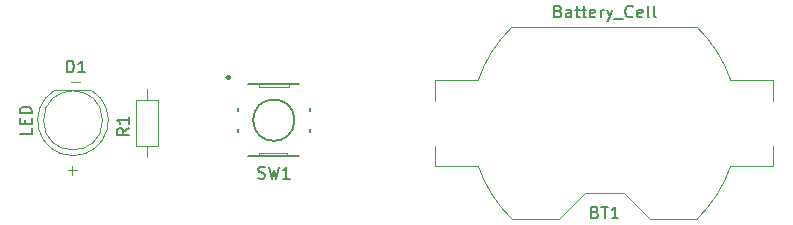
<source format=gto>
%TF.GenerationSoftware,KiCad,Pcbnew,9.0.0-rc3*%
%TF.CreationDate,2025-02-21T14:46:23+07:00*%
%TF.ProjectId,led_torch,6c65645f-746f-4726-9368-2e6b69636164,0*%
%TF.SameCoordinates,Original*%
%TF.FileFunction,Legend,Top*%
%TF.FilePolarity,Positive*%
%FSLAX46Y46*%
G04 Gerber Fmt 4.6, Leading zero omitted, Abs format (unit mm)*
G04 Created by KiCad (PCBNEW 9.0.0-rc3) date 2025-02-21 14:46:23*
%MOMM*%
%LPD*%
G01*
G04 APERTURE LIST*
%ADD10C,0.100000*%
%ADD11C,0.150000*%
%ADD12C,0.120000*%
%ADD13C,0.152400*%
%ADD14C,0.050800*%
%ADD15C,0.250000*%
G04 APERTURE END LIST*
D10*
X104553884Y-53491466D02*
X105315789Y-53491466D01*
X104303884Y-60991466D02*
X105065789Y-60991466D01*
X104684836Y-61372419D02*
X104684836Y-60610514D01*
D11*
X109454819Y-57416666D02*
X108978628Y-57749999D01*
X109454819Y-57988094D02*
X108454819Y-57988094D01*
X108454819Y-57988094D02*
X108454819Y-57607142D01*
X108454819Y-57607142D02*
X108502438Y-57511904D01*
X108502438Y-57511904D02*
X108550057Y-57464285D01*
X108550057Y-57464285D02*
X108645295Y-57416666D01*
X108645295Y-57416666D02*
X108788152Y-57416666D01*
X108788152Y-57416666D02*
X108883390Y-57464285D01*
X108883390Y-57464285D02*
X108931009Y-57511904D01*
X108931009Y-57511904D02*
X108978628Y-57607142D01*
X108978628Y-57607142D02*
X108978628Y-57988094D01*
X109454819Y-56464285D02*
X109454819Y-57035713D01*
X109454819Y-56749999D02*
X108454819Y-56749999D01*
X108454819Y-56749999D02*
X108597676Y-56845237D01*
X108597676Y-56845237D02*
X108692914Y-56940475D01*
X108692914Y-56940475D02*
X108740533Y-57035713D01*
X104261905Y-52704819D02*
X104261905Y-51704819D01*
X104261905Y-51704819D02*
X104500000Y-51704819D01*
X104500000Y-51704819D02*
X104642857Y-51752438D01*
X104642857Y-51752438D02*
X104738095Y-51847676D01*
X104738095Y-51847676D02*
X104785714Y-51942914D01*
X104785714Y-51942914D02*
X104833333Y-52133390D01*
X104833333Y-52133390D02*
X104833333Y-52276247D01*
X104833333Y-52276247D02*
X104785714Y-52466723D01*
X104785714Y-52466723D02*
X104738095Y-52561961D01*
X104738095Y-52561961D02*
X104642857Y-52657200D01*
X104642857Y-52657200D02*
X104500000Y-52704819D01*
X104500000Y-52704819D02*
X104261905Y-52704819D01*
X105785714Y-52704819D02*
X105214286Y-52704819D01*
X105500000Y-52704819D02*
X105500000Y-51704819D01*
X105500000Y-51704819D02*
X105404762Y-51847676D01*
X105404762Y-51847676D02*
X105309524Y-51942914D01*
X105309524Y-51942914D02*
X105214286Y-51990533D01*
X101244819Y-57412857D02*
X101244819Y-57889047D01*
X101244819Y-57889047D02*
X100244819Y-57889047D01*
X100721009Y-57079523D02*
X100721009Y-56746190D01*
X101244819Y-56603333D02*
X101244819Y-57079523D01*
X101244819Y-57079523D02*
X100244819Y-57079523D01*
X100244819Y-57079523D02*
X100244819Y-56603333D01*
X101244819Y-56174761D02*
X100244819Y-56174761D01*
X100244819Y-56174761D02*
X100244819Y-55936666D01*
X100244819Y-55936666D02*
X100292438Y-55793809D01*
X100292438Y-55793809D02*
X100387676Y-55698571D01*
X100387676Y-55698571D02*
X100482914Y-55650952D01*
X100482914Y-55650952D02*
X100673390Y-55603333D01*
X100673390Y-55603333D02*
X100816247Y-55603333D01*
X100816247Y-55603333D02*
X101006723Y-55650952D01*
X101006723Y-55650952D02*
X101101961Y-55698571D01*
X101101961Y-55698571D02*
X101197200Y-55793809D01*
X101197200Y-55793809D02*
X101244819Y-55936666D01*
X101244819Y-55936666D02*
X101244819Y-56174761D01*
X148964285Y-64551009D02*
X149107142Y-64598628D01*
X149107142Y-64598628D02*
X149154761Y-64646247D01*
X149154761Y-64646247D02*
X149202380Y-64741485D01*
X149202380Y-64741485D02*
X149202380Y-64884342D01*
X149202380Y-64884342D02*
X149154761Y-64979580D01*
X149154761Y-64979580D02*
X149107142Y-65027200D01*
X149107142Y-65027200D02*
X149011904Y-65074819D01*
X149011904Y-65074819D02*
X148630952Y-65074819D01*
X148630952Y-65074819D02*
X148630952Y-64074819D01*
X148630952Y-64074819D02*
X148964285Y-64074819D01*
X148964285Y-64074819D02*
X149059523Y-64122438D01*
X149059523Y-64122438D02*
X149107142Y-64170057D01*
X149107142Y-64170057D02*
X149154761Y-64265295D01*
X149154761Y-64265295D02*
X149154761Y-64360533D01*
X149154761Y-64360533D02*
X149107142Y-64455771D01*
X149107142Y-64455771D02*
X149059523Y-64503390D01*
X149059523Y-64503390D02*
X148964285Y-64551009D01*
X148964285Y-64551009D02*
X148630952Y-64551009D01*
X149488095Y-64074819D02*
X150059523Y-64074819D01*
X149773809Y-65074819D02*
X149773809Y-64074819D01*
X150916666Y-65074819D02*
X150345238Y-65074819D01*
X150630952Y-65074819D02*
X150630952Y-64074819D01*
X150630952Y-64074819D02*
X150535714Y-64217676D01*
X150535714Y-64217676D02*
X150440476Y-64312914D01*
X150440476Y-64312914D02*
X150345238Y-64360533D01*
X145845236Y-47533009D02*
X145988093Y-47580628D01*
X145988093Y-47580628D02*
X146035712Y-47628247D01*
X146035712Y-47628247D02*
X146083331Y-47723485D01*
X146083331Y-47723485D02*
X146083331Y-47866342D01*
X146083331Y-47866342D02*
X146035712Y-47961580D01*
X146035712Y-47961580D02*
X145988093Y-48009200D01*
X145988093Y-48009200D02*
X145892855Y-48056819D01*
X145892855Y-48056819D02*
X145511903Y-48056819D01*
X145511903Y-48056819D02*
X145511903Y-47056819D01*
X145511903Y-47056819D02*
X145845236Y-47056819D01*
X145845236Y-47056819D02*
X145940474Y-47104438D01*
X145940474Y-47104438D02*
X145988093Y-47152057D01*
X145988093Y-47152057D02*
X146035712Y-47247295D01*
X146035712Y-47247295D02*
X146035712Y-47342533D01*
X146035712Y-47342533D02*
X145988093Y-47437771D01*
X145988093Y-47437771D02*
X145940474Y-47485390D01*
X145940474Y-47485390D02*
X145845236Y-47533009D01*
X145845236Y-47533009D02*
X145511903Y-47533009D01*
X146940474Y-48056819D02*
X146940474Y-47533009D01*
X146940474Y-47533009D02*
X146892855Y-47437771D01*
X146892855Y-47437771D02*
X146797617Y-47390152D01*
X146797617Y-47390152D02*
X146607141Y-47390152D01*
X146607141Y-47390152D02*
X146511903Y-47437771D01*
X146940474Y-48009200D02*
X146845236Y-48056819D01*
X146845236Y-48056819D02*
X146607141Y-48056819D01*
X146607141Y-48056819D02*
X146511903Y-48009200D01*
X146511903Y-48009200D02*
X146464284Y-47913961D01*
X146464284Y-47913961D02*
X146464284Y-47818723D01*
X146464284Y-47818723D02*
X146511903Y-47723485D01*
X146511903Y-47723485D02*
X146607141Y-47675866D01*
X146607141Y-47675866D02*
X146845236Y-47675866D01*
X146845236Y-47675866D02*
X146940474Y-47628247D01*
X147273808Y-47390152D02*
X147654760Y-47390152D01*
X147416665Y-47056819D02*
X147416665Y-47913961D01*
X147416665Y-47913961D02*
X147464284Y-48009200D01*
X147464284Y-48009200D02*
X147559522Y-48056819D01*
X147559522Y-48056819D02*
X147654760Y-48056819D01*
X147845237Y-47390152D02*
X148226189Y-47390152D01*
X147988094Y-47056819D02*
X147988094Y-47913961D01*
X147988094Y-47913961D02*
X148035713Y-48009200D01*
X148035713Y-48009200D02*
X148130951Y-48056819D01*
X148130951Y-48056819D02*
X148226189Y-48056819D01*
X148940475Y-48009200D02*
X148845237Y-48056819D01*
X148845237Y-48056819D02*
X148654761Y-48056819D01*
X148654761Y-48056819D02*
X148559523Y-48009200D01*
X148559523Y-48009200D02*
X148511904Y-47913961D01*
X148511904Y-47913961D02*
X148511904Y-47533009D01*
X148511904Y-47533009D02*
X148559523Y-47437771D01*
X148559523Y-47437771D02*
X148654761Y-47390152D01*
X148654761Y-47390152D02*
X148845237Y-47390152D01*
X148845237Y-47390152D02*
X148940475Y-47437771D01*
X148940475Y-47437771D02*
X148988094Y-47533009D01*
X148988094Y-47533009D02*
X148988094Y-47628247D01*
X148988094Y-47628247D02*
X148511904Y-47723485D01*
X149416666Y-48056819D02*
X149416666Y-47390152D01*
X149416666Y-47580628D02*
X149464285Y-47485390D01*
X149464285Y-47485390D02*
X149511904Y-47437771D01*
X149511904Y-47437771D02*
X149607142Y-47390152D01*
X149607142Y-47390152D02*
X149702380Y-47390152D01*
X149940476Y-47390152D02*
X150178571Y-48056819D01*
X150416666Y-47390152D02*
X150178571Y-48056819D01*
X150178571Y-48056819D02*
X150083333Y-48294914D01*
X150083333Y-48294914D02*
X150035714Y-48342533D01*
X150035714Y-48342533D02*
X149940476Y-48390152D01*
X150559524Y-48152057D02*
X151321428Y-48152057D01*
X152130952Y-47961580D02*
X152083333Y-48009200D01*
X152083333Y-48009200D02*
X151940476Y-48056819D01*
X151940476Y-48056819D02*
X151845238Y-48056819D01*
X151845238Y-48056819D02*
X151702381Y-48009200D01*
X151702381Y-48009200D02*
X151607143Y-47913961D01*
X151607143Y-47913961D02*
X151559524Y-47818723D01*
X151559524Y-47818723D02*
X151511905Y-47628247D01*
X151511905Y-47628247D02*
X151511905Y-47485390D01*
X151511905Y-47485390D02*
X151559524Y-47294914D01*
X151559524Y-47294914D02*
X151607143Y-47199676D01*
X151607143Y-47199676D02*
X151702381Y-47104438D01*
X151702381Y-47104438D02*
X151845238Y-47056819D01*
X151845238Y-47056819D02*
X151940476Y-47056819D01*
X151940476Y-47056819D02*
X152083333Y-47104438D01*
X152083333Y-47104438D02*
X152130952Y-47152057D01*
X152940476Y-48009200D02*
X152845238Y-48056819D01*
X152845238Y-48056819D02*
X152654762Y-48056819D01*
X152654762Y-48056819D02*
X152559524Y-48009200D01*
X152559524Y-48009200D02*
X152511905Y-47913961D01*
X152511905Y-47913961D02*
X152511905Y-47533009D01*
X152511905Y-47533009D02*
X152559524Y-47437771D01*
X152559524Y-47437771D02*
X152654762Y-47390152D01*
X152654762Y-47390152D02*
X152845238Y-47390152D01*
X152845238Y-47390152D02*
X152940476Y-47437771D01*
X152940476Y-47437771D02*
X152988095Y-47533009D01*
X152988095Y-47533009D02*
X152988095Y-47628247D01*
X152988095Y-47628247D02*
X152511905Y-47723485D01*
X153559524Y-48056819D02*
X153464286Y-48009200D01*
X153464286Y-48009200D02*
X153416667Y-47913961D01*
X153416667Y-47913961D02*
X153416667Y-47056819D01*
X154083334Y-48056819D02*
X153988096Y-48009200D01*
X153988096Y-48009200D02*
X153940477Y-47913961D01*
X153940477Y-47913961D02*
X153940477Y-47056819D01*
X120416655Y-61657204D02*
X120559514Y-61704823D01*
X120559514Y-61704823D02*
X120797611Y-61704823D01*
X120797611Y-61704823D02*
X120892850Y-61657204D01*
X120892850Y-61657204D02*
X120940469Y-61609584D01*
X120940469Y-61609584D02*
X120988088Y-61514345D01*
X120988088Y-61514345D02*
X120988088Y-61419106D01*
X120988088Y-61419106D02*
X120940469Y-61323868D01*
X120940469Y-61323868D02*
X120892850Y-61276248D01*
X120892850Y-61276248D02*
X120797611Y-61228629D01*
X120797611Y-61228629D02*
X120607133Y-61181009D01*
X120607133Y-61181009D02*
X120511894Y-61133390D01*
X120511894Y-61133390D02*
X120464275Y-61085770D01*
X120464275Y-61085770D02*
X120416655Y-60990532D01*
X120416655Y-60990532D02*
X120416655Y-60895293D01*
X120416655Y-60895293D02*
X120464275Y-60800054D01*
X120464275Y-60800054D02*
X120511894Y-60752434D01*
X120511894Y-60752434D02*
X120607133Y-60704815D01*
X120607133Y-60704815D02*
X120845230Y-60704815D01*
X120845230Y-60704815D02*
X120988088Y-60752434D01*
X121321425Y-60704815D02*
X121559522Y-61704823D01*
X121559522Y-61704823D02*
X121750000Y-60990532D01*
X121750000Y-60990532D02*
X121940477Y-61704823D01*
X121940477Y-61704823D02*
X122178575Y-60704815D01*
X123083343Y-61704823D02*
X122511910Y-61704823D01*
X122797627Y-61704823D02*
X122797627Y-60704815D01*
X122797627Y-60704815D02*
X122702388Y-60847673D01*
X122702388Y-60847673D02*
X122607149Y-60942912D01*
X122607149Y-60942912D02*
X122511910Y-60990532D01*
D12*
%TO.C,R1*%
X110080000Y-55080000D02*
X110080000Y-58920000D01*
X110080000Y-58920000D02*
X111920000Y-58920000D01*
X111000000Y-54130000D02*
X111000000Y-55080000D01*
X111000000Y-59870000D02*
X111000000Y-58920000D01*
X111920000Y-55080000D02*
X110080000Y-55080000D01*
X111920000Y-58920000D02*
X111920000Y-55080000D01*
%TO.C,D1*%
X106295000Y-54210000D02*
X103205000Y-54210000D01*
X104749952Y-59760000D02*
G75*
G02*
X103205170Y-54210000I48J2990000D01*
G01*
X106294830Y-54210000D02*
G75*
G02*
X104750048Y-59760000I-1544830J-2560000D01*
G01*
X107250000Y-56770000D02*
G75*
G02*
X102250000Y-56770000I-2500000J0D01*
G01*
X102250000Y-56770000D02*
G75*
G02*
X107250000Y-56770000I2500000J0D01*
G01*
%TO.C,BT1*%
X135440000Y-53390000D02*
X139058000Y-53390000D01*
X135440000Y-55100000D02*
X135440000Y-53390000D01*
X135440000Y-58900000D02*
X135440000Y-60610000D01*
X139058000Y-60610000D02*
X135440000Y-60610000D01*
X141902700Y-48890000D02*
X157597300Y-48890000D01*
X145890000Y-65110000D02*
X141902700Y-65110000D01*
X148090000Y-62910000D02*
X145890000Y-65110000D01*
X151410000Y-62910000D02*
X148090000Y-62910000D01*
X151410000Y-62910000D02*
X153610000Y-65110000D01*
X157597300Y-65110000D02*
X153610000Y-65110000D01*
X160442000Y-53390000D02*
X164060000Y-53390000D01*
X164060000Y-55100000D02*
X164060000Y-53390000D01*
X164060000Y-58900000D02*
X164060000Y-60610000D01*
X164060000Y-60610000D02*
X160442000Y-60610000D01*
X139058000Y-53390000D02*
G75*
G02*
X141904628Y-48888210I10692020J-3610010D01*
G01*
X141904629Y-65111789D02*
G75*
G02*
X139058000Y-60610000I7845366J8111785D01*
G01*
X157595371Y-48888211D02*
G75*
G02*
X160442000Y-53390000I-7845371J-8111789D01*
G01*
X160442000Y-60610000D02*
G75*
G02*
X157595371Y-65111789I-10692020J3610012D01*
G01*
D13*
%TO.C,SW1*%
X118702000Y-55988000D02*
X118702000Y-55734000D01*
X118702000Y-57512000D02*
X118702000Y-57766000D01*
X119591000Y-59798000D02*
X120480000Y-59798000D01*
X120480000Y-53702000D02*
X119591000Y-53702000D01*
D14*
X120480000Y-53702000D02*
X120480000Y-53956000D01*
X120480000Y-59544000D02*
X120480000Y-59798000D01*
D13*
X120480000Y-59798000D02*
X122893000Y-59798000D01*
D14*
X122893000Y-59544000D02*
X120480000Y-59544000D01*
X122893000Y-59544000D02*
X122893000Y-59798000D01*
D13*
X122893000Y-59798000D02*
X123909000Y-59798000D01*
X123020000Y-53702000D02*
X120480000Y-53702000D01*
D14*
X123020000Y-53956000D02*
X120480000Y-53956000D01*
X123020000Y-53956000D02*
X123020000Y-53702000D01*
D13*
X123909000Y-53702000D02*
X123020000Y-53702000D01*
X124798000Y-55988000D02*
X124798000Y-55734000D01*
X124798000Y-57512000D02*
X124798000Y-57766000D01*
D15*
X118025000Y-53150000D02*
G75*
G02*
X117775000Y-53150000I-125000J0D01*
G01*
X117775000Y-53150000D02*
G75*
G02*
X118025000Y-53150000I125000J0D01*
G01*
D13*
X123500000Y-56750000D02*
G75*
G02*
X120000000Y-56750000I-1750000J0D01*
G01*
X120000000Y-56750000D02*
G75*
G02*
X123500000Y-56750000I1750000J0D01*
G01*
%TD*%
M02*

</source>
